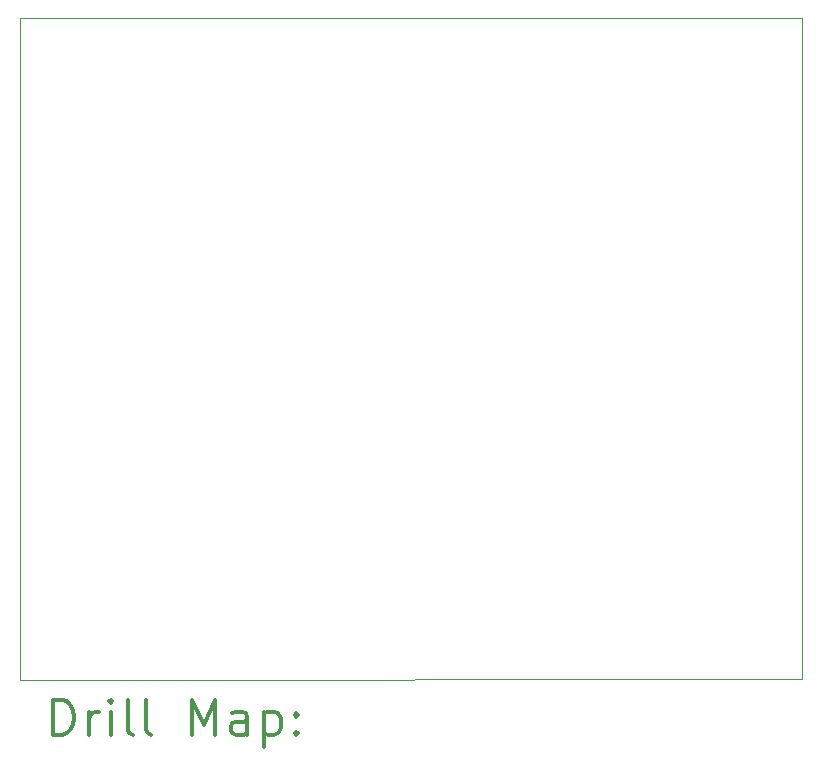
<source format=gbr>
%FSLAX45Y45*%
G04 Gerber Fmt 4.5, Leading zero omitted, Abs format (unit mm)*
G04 Created by KiCad (PCBNEW (5.1.12)-1) date 2022-04-21 18:06:42*
%MOMM*%
%LPD*%
G01*
G04 APERTURE LIST*
%TA.AperFunction,Profile*%
%ADD10C,0.050000*%
%TD*%
%ADD11C,0.200000*%
%ADD12C,0.300000*%
G04 APERTURE END LIST*
D10*
X16100000Y-7740000D02*
X9480000Y-7740000D01*
X16100000Y-13330000D02*
X16100000Y-7740000D01*
X9480000Y-13340000D02*
X16100000Y-13330000D01*
X9480000Y-7740000D02*
X9480000Y-13340000D01*
D11*
D12*
X9763928Y-13808214D02*
X9763928Y-13508214D01*
X9835357Y-13508214D01*
X9878214Y-13522500D01*
X9906786Y-13551071D01*
X9921071Y-13579643D01*
X9935357Y-13636786D01*
X9935357Y-13679643D01*
X9921071Y-13736786D01*
X9906786Y-13765357D01*
X9878214Y-13793929D01*
X9835357Y-13808214D01*
X9763928Y-13808214D01*
X10063928Y-13808214D02*
X10063928Y-13608214D01*
X10063928Y-13665357D02*
X10078214Y-13636786D01*
X10092500Y-13622500D01*
X10121071Y-13608214D01*
X10149643Y-13608214D01*
X10249643Y-13808214D02*
X10249643Y-13608214D01*
X10249643Y-13508214D02*
X10235357Y-13522500D01*
X10249643Y-13536786D01*
X10263928Y-13522500D01*
X10249643Y-13508214D01*
X10249643Y-13536786D01*
X10435357Y-13808214D02*
X10406786Y-13793929D01*
X10392500Y-13765357D01*
X10392500Y-13508214D01*
X10592500Y-13808214D02*
X10563928Y-13793929D01*
X10549643Y-13765357D01*
X10549643Y-13508214D01*
X10935357Y-13808214D02*
X10935357Y-13508214D01*
X11035357Y-13722500D01*
X11135357Y-13508214D01*
X11135357Y-13808214D01*
X11406786Y-13808214D02*
X11406786Y-13651071D01*
X11392500Y-13622500D01*
X11363928Y-13608214D01*
X11306786Y-13608214D01*
X11278214Y-13622500D01*
X11406786Y-13793929D02*
X11378214Y-13808214D01*
X11306786Y-13808214D01*
X11278214Y-13793929D01*
X11263928Y-13765357D01*
X11263928Y-13736786D01*
X11278214Y-13708214D01*
X11306786Y-13693929D01*
X11378214Y-13693929D01*
X11406786Y-13679643D01*
X11549643Y-13608214D02*
X11549643Y-13908214D01*
X11549643Y-13622500D02*
X11578214Y-13608214D01*
X11635357Y-13608214D01*
X11663928Y-13622500D01*
X11678214Y-13636786D01*
X11692500Y-13665357D01*
X11692500Y-13751071D01*
X11678214Y-13779643D01*
X11663928Y-13793929D01*
X11635357Y-13808214D01*
X11578214Y-13808214D01*
X11549643Y-13793929D01*
X11821071Y-13779643D02*
X11835357Y-13793929D01*
X11821071Y-13808214D01*
X11806786Y-13793929D01*
X11821071Y-13779643D01*
X11821071Y-13808214D01*
X11821071Y-13622500D02*
X11835357Y-13636786D01*
X11821071Y-13651071D01*
X11806786Y-13636786D01*
X11821071Y-13622500D01*
X11821071Y-13651071D01*
M02*

</source>
